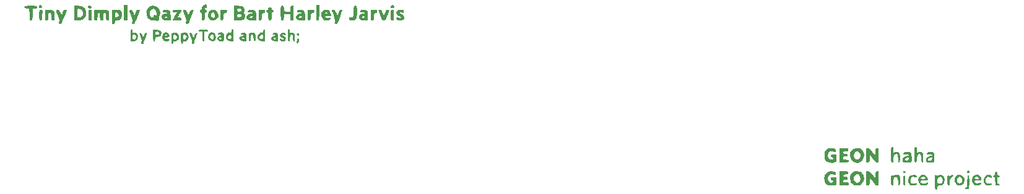
<source format=gbr>
%TF.GenerationSoftware,KiCad,Pcbnew,(6.0.4)*%
%TF.CreationDate,2022-12-31T18:56:14+01:00*%
%TF.ProjectId,PeppyQAZ,50657070-7951-4415-9a2e-6b696361645f,rev?*%
%TF.SameCoordinates,Original*%
%TF.FileFunction,Legend,Top*%
%TF.FilePolarity,Positive*%
%FSLAX46Y46*%
G04 Gerber Fmt 4.6, Leading zero omitted, Abs format (unit mm)*
G04 Created by KiCad (PCBNEW (6.0.4)) date 2022-12-31 18:56:14*
%MOMM*%
%LPD*%
G01*
G04 APERTURE LIST*
G04 APERTURE END LIST*
%TO.C,G\u002A\u002A\u002A*%
G36*
X123083967Y-107356873D02*
G01*
X123353697Y-107250004D01*
X123492523Y-107239220D01*
X123652938Y-107210373D01*
X123664611Y-107141802D01*
X123540543Y-107085827D01*
X123349632Y-107095339D01*
X123169043Y-107113046D01*
X123102551Y-107040070D01*
X123094860Y-106927251D01*
X123110327Y-106795231D01*
X123187435Y-106730635D01*
X123372242Y-106709714D01*
X123519669Y-106708209D01*
X123793114Y-106729147D01*
X123998294Y-106782165D01*
X124050679Y-106814412D01*
X124108530Y-106961613D01*
X124145848Y-107242661D01*
X124156881Y-107557523D01*
X124156881Y-108194433D01*
X123680702Y-108200121D01*
X123346893Y-108182584D01*
X123138829Y-108112500D01*
X123061190Y-108047427D01*
X122918608Y-107791382D01*
X122922379Y-107725979D01*
X123360366Y-107725979D01*
X123421456Y-107835522D01*
X123559494Y-107842762D01*
X123715132Y-107787204D01*
X123758623Y-107725979D01*
X123683351Y-107646117D01*
X123559494Y-107609197D01*
X123397215Y-107630653D01*
X123360366Y-107725979D01*
X122922379Y-107725979D01*
X122932569Y-107549264D01*
X123083967Y-107356873D01*
G37*
G36*
X119761809Y-107305596D02*
G01*
X119624534Y-107670765D01*
X119492375Y-108030200D01*
X119403449Y-108279115D01*
X119298723Y-108522623D01*
X119184095Y-108633589D01*
X119059712Y-108655248D01*
X118897446Y-108621833D01*
X118846777Y-108560928D01*
X118885324Y-108407409D01*
X118925887Y-108317548D01*
X118942338Y-108150730D01*
X118870735Y-107862840D01*
X118753514Y-107548976D01*
X118604934Y-107171125D01*
X118526596Y-106926551D01*
X118516757Y-106786828D01*
X118573677Y-106723529D01*
X118695614Y-106708225D01*
X118702000Y-106708209D01*
X118845083Y-106742914D01*
X118958371Y-106873147D01*
X119072784Y-107128593D01*
X119234337Y-107548976D01*
X119365851Y-107128593D01*
X119457809Y-106874334D01*
X119551200Y-106749324D01*
X119685245Y-106709888D01*
X119743366Y-106708209D01*
X119989367Y-106708209D01*
X119761809Y-107305596D01*
G37*
G36*
X106525777Y-106714192D02*
G01*
X106590911Y-106755837D01*
X106620959Y-106868689D01*
X106625615Y-107088294D01*
X106614990Y-107438349D01*
X106598838Y-107798093D01*
X106574237Y-108017647D01*
X106530280Y-108133805D01*
X106456058Y-108183364D01*
X106390156Y-108196769D01*
X106294039Y-108201829D01*
X106235204Y-108161214D01*
X106204515Y-108041429D01*
X106192836Y-107808975D01*
X106191028Y-107466630D01*
X106192935Y-107100567D01*
X106205557Y-106876600D01*
X106239242Y-106759823D01*
X106304337Y-106715328D01*
X106411191Y-106708210D01*
X106415861Y-106708209D01*
X106525777Y-106714192D01*
G37*
G36*
X118227265Y-108212739D02*
G01*
X117784756Y-108212739D01*
X117784756Y-106088697D01*
X118227265Y-106088697D01*
X118227265Y-108212739D01*
G37*
G36*
X129321654Y-107055752D02*
G01*
X129496607Y-106824309D01*
X129792436Y-106717968D01*
X129953745Y-106708209D01*
X130302728Y-106765790D01*
X130533121Y-106949058D01*
X130664010Y-107273807D01*
X130669608Y-107300591D01*
X130667288Y-107651659D01*
X130533048Y-107932234D01*
X130303410Y-108120557D01*
X130014894Y-108194869D01*
X129704023Y-108133409D01*
X129495315Y-108000239D01*
X129326035Y-107813284D01*
X129261607Y-107595552D01*
X129260120Y-107526955D01*
X129702915Y-107526955D01*
X129782417Y-107720310D01*
X129850762Y-107784168D01*
X130017695Y-107807434D01*
X130168636Y-107693722D01*
X130220784Y-107588394D01*
X130223443Y-107381638D01*
X130137238Y-107184427D01*
X129999173Y-107069668D01*
X129953745Y-107062216D01*
X129797572Y-107134868D01*
X129710964Y-107310794D01*
X129702915Y-107526955D01*
X129260120Y-107526955D01*
X129257852Y-107422278D01*
X129321654Y-107055752D01*
G37*
G36*
X129069480Y-106045383D02*
G01*
X129112900Y-106209648D01*
X129112979Y-106221450D01*
X129066818Y-106399400D01*
X128980226Y-106442704D01*
X128862893Y-106513547D01*
X128847474Y-106575457D01*
X128918316Y-106692790D01*
X128980226Y-106708209D01*
X129088339Y-106781993D01*
X129112979Y-106885213D01*
X129059481Y-107028701D01*
X128984449Y-107062216D01*
X128906878Y-107112549D01*
X128858129Y-107282238D01*
X128830352Y-107599317D01*
X128829571Y-107615352D01*
X128808539Y-107920897D01*
X128771345Y-108091845D01*
X128701545Y-108170604D01*
X128604094Y-108196769D01*
X128497505Y-108200414D01*
X128437828Y-108148064D01*
X128411528Y-108002121D01*
X128405068Y-107724984D01*
X128404965Y-107643633D01*
X128396264Y-107319000D01*
X128365142Y-107137779D01*
X128304075Y-107067008D01*
X128272212Y-107062216D01*
X128164099Y-106988433D01*
X128139460Y-106885213D01*
X128194797Y-106741062D01*
X128272212Y-106708209D01*
X128379439Y-106632057D01*
X128404965Y-106500672D01*
X128483634Y-106254132D01*
X128680386Y-106068362D01*
X128920819Y-106000196D01*
X129069480Y-106045383D01*
G37*
G36*
X136898145Y-106715242D02*
G01*
X137029103Y-106751714D01*
X137073829Y-106840688D01*
X137078136Y-106933343D01*
X137041165Y-107099611D01*
X136967508Y-107144112D01*
X136791140Y-107141246D01*
X136689697Y-107214161D01*
X136638893Y-107398670D01*
X136617918Y-107659603D01*
X136594902Y-107950661D01*
X136552306Y-108108895D01*
X136471570Y-108178484D01*
X136392247Y-108196769D01*
X136296130Y-108201829D01*
X136237295Y-108161214D01*
X136206605Y-108041429D01*
X136194926Y-107808975D01*
X136193118Y-107466630D01*
X136193118Y-106708209D01*
X136635627Y-106708209D01*
X136898145Y-106715242D01*
G37*
G36*
X124574396Y-109864040D02*
G01*
X124932017Y-109863110D01*
X125172451Y-109993709D01*
X125292960Y-110253741D01*
X125307404Y-110425283D01*
X125278427Y-110689856D01*
X125169597Y-110857226D01*
X125085993Y-110920283D01*
X124867591Y-111011577D01*
X124687735Y-111019111D01*
X124553470Y-111019537D01*
X124511652Y-111146982D01*
X124510888Y-111185833D01*
X124463219Y-111357562D01*
X124378136Y-111398802D01*
X124311324Y-111366379D01*
X124270634Y-111248450D01*
X124250510Y-111014022D01*
X124245383Y-110658117D01*
X124245383Y-110407491D01*
X124510484Y-110407491D01*
X124558733Y-110598203D01*
X124617090Y-110673087D01*
X124737017Y-110765765D01*
X124776393Y-110779290D01*
X124877231Y-110724791D01*
X124935697Y-110673087D01*
X125035250Y-110474113D01*
X124992248Y-110272595D01*
X124878453Y-110167033D01*
X124696944Y-110140404D01*
X124565421Y-110237724D01*
X124510484Y-110407491D01*
X124245383Y-110407491D01*
X124245383Y-109917432D01*
X124574396Y-109864040D01*
G37*
G36*
X141700712Y-110675873D02*
G01*
X141700714Y-110675875D01*
X141737860Y-110819652D01*
X141690757Y-111022624D01*
X141589586Y-111210249D01*
X141464529Y-111307984D01*
X141443837Y-111310300D01*
X141363383Y-111268971D01*
X141398751Y-111164977D01*
X141448977Y-110959664D01*
X141439689Y-110865209D01*
X141456737Y-110703834D01*
X141564545Y-110625634D01*
X141700712Y-110675873D01*
G37*
G36*
X109761113Y-107305596D02*
G01*
X109623837Y-107670765D01*
X109491678Y-108030200D01*
X109402752Y-108279115D01*
X109298026Y-108522623D01*
X109183398Y-108633589D01*
X109059015Y-108655248D01*
X108897415Y-108616170D01*
X108847435Y-108544621D01*
X108893341Y-108374200D01*
X108927074Y-108310358D01*
X108940713Y-108144164D01*
X108866212Y-107840437D01*
X108782039Y-107602344D01*
X108633178Y-107209262D01*
X108544566Y-106952499D01*
X108513278Y-106803026D01*
X108536389Y-106731816D01*
X108610976Y-106709841D01*
X108691955Y-106708209D01*
X108841086Y-106740139D01*
X108957791Y-106862542D01*
X109079552Y-107115343D01*
X109083716Y-107125459D01*
X109254950Y-107542708D01*
X109371773Y-107125459D01*
X109454361Y-106872611D01*
X109542139Y-106748978D01*
X109674238Y-106710055D01*
X109738633Y-106708209D01*
X109988670Y-106708209D01*
X109761113Y-107305596D01*
G37*
G36*
X123278495Y-109888570D02*
G01*
X123518558Y-109805950D01*
X123531047Y-109805770D01*
X123763901Y-109884552D01*
X123929748Y-110083445D01*
X123979878Y-110298852D01*
X123960288Y-110435974D01*
X123868886Y-110497959D01*
X123656725Y-110513642D01*
X123615034Y-110513784D01*
X123391917Y-110521865D01*
X123314673Y-110557275D01*
X123352489Y-110636769D01*
X123363631Y-110650472D01*
X123543038Y-110746020D01*
X123728475Y-110731941D01*
X123915441Y-110715332D01*
X123978833Y-110787029D01*
X123979878Y-110807040D01*
X123908074Y-110957506D01*
X123729428Y-111032425D01*
X123499087Y-111027591D01*
X123272198Y-110938798D01*
X123183362Y-110867791D01*
X123044036Y-110627521D01*
X123024563Y-110350279D01*
X123065559Y-110221336D01*
X123387603Y-110221336D01*
X123494773Y-110247633D01*
X123537369Y-110248279D01*
X123678039Y-110230432D01*
X123663900Y-110163698D01*
X123643571Y-110142077D01*
X123523139Y-110081444D01*
X123431167Y-110142077D01*
X123387603Y-110221336D01*
X123065559Y-110221336D01*
X123108273Y-110086987D01*
X123278495Y-109888570D01*
G37*
G36*
X111499736Y-106177199D02*
G01*
X111823984Y-106189870D01*
X112042475Y-106242217D01*
X112225519Y-106355743D01*
X112304953Y-106423450D01*
X112510087Y-106663724D01*
X112606564Y-106955036D01*
X112620955Y-107065087D01*
X112595097Y-107495461D01*
X112423299Y-107829023D01*
X112110547Y-108061436D01*
X111661828Y-108188365D01*
X111302003Y-108212245D01*
X110970122Y-108212739D01*
X110970122Y-107150718D01*
X111412630Y-107150718D01*
X111416064Y-107474484D01*
X111435278Y-107659795D01*
X111483641Y-107745185D01*
X111574521Y-107769187D01*
X111627563Y-107770230D01*
X111852333Y-107717010D01*
X111975772Y-107636954D01*
X112138249Y-107372287D01*
X112164031Y-107081221D01*
X112061931Y-106816870D01*
X111840763Y-106632348D01*
X111806714Y-106618121D01*
X111609141Y-106554109D01*
X111491699Y-106566703D01*
X111433663Y-106683914D01*
X111414304Y-106933754D01*
X111412630Y-107150718D01*
X110970122Y-107150718D01*
X110970122Y-106177199D01*
X111499736Y-106177199D01*
G37*
G36*
X154644279Y-106143711D02*
G01*
X154732483Y-106284533D01*
X154734233Y-106311164D01*
X154665896Y-106457195D01*
X154513026Y-106521600D01*
X154353835Y-106489318D01*
X154279577Y-106398712D01*
X154276957Y-106227739D01*
X154314823Y-106162950D01*
X154478994Y-106093973D01*
X154644279Y-106143711D01*
G37*
G36*
X105443310Y-106179628D02*
G01*
X105701169Y-106191188D01*
X105846121Y-106218285D01*
X105910202Y-106267328D01*
X105925450Y-106344723D01*
X105925522Y-106354202D01*
X105890427Y-106476712D01*
X105753835Y-106525737D01*
X105619087Y-106531206D01*
X105312652Y-106531206D01*
X105287206Y-107349847D01*
X105272428Y-107734876D01*
X105251142Y-107977536D01*
X105214304Y-108112443D01*
X105152869Y-108174214D01*
X105066027Y-108196324D01*
X104974330Y-108200219D01*
X104915429Y-108158843D01*
X104880380Y-108039996D01*
X104860238Y-107811478D01*
X104846058Y-107441087D01*
X104844773Y-107399808D01*
X104819251Y-106575457D01*
X104487369Y-106547989D01*
X104260271Y-106508118D01*
X104166135Y-106422312D01*
X104155488Y-106348860D01*
X104168868Y-106270647D01*
X104230295Y-106220567D01*
X104371698Y-106192429D01*
X104625005Y-106180038D01*
X105022145Y-106177201D01*
X105040505Y-106177199D01*
X105443310Y-106179628D01*
G37*
G36*
X130707371Y-110364112D02*
G01*
X130883014Y-110275400D01*
X131051263Y-110200602D01*
X131050683Y-110155031D01*
X130888101Y-110146107D01*
X130772386Y-110155149D01*
X130646964Y-110112427D01*
X130625799Y-109997049D01*
X130712568Y-109882007D01*
X130757499Y-109859490D01*
X131069367Y-109806534D01*
X131303167Y-109906028D01*
X131446832Y-110146185D01*
X131488297Y-110515220D01*
X131485632Y-110570785D01*
X131462369Y-110828457D01*
X131411358Y-110958498D01*
X131296239Y-111010068D01*
X131148519Y-111026608D01*
X130889438Y-111011385D01*
X130683784Y-110938929D01*
X130675480Y-110933148D01*
X130539060Y-110749819D01*
X130545118Y-110668266D01*
X130812318Y-110668266D01*
X130853513Y-110720288D01*
X130995258Y-110779854D01*
X131118799Y-110728670D01*
X131148519Y-110646537D01*
X131074735Y-110538424D01*
X130971515Y-110513784D01*
X130817334Y-110558075D01*
X130812318Y-110668266D01*
X130545118Y-110668266D01*
X130554214Y-110545803D01*
X130707371Y-110364112D01*
G37*
G36*
X122203521Y-109451763D02*
G01*
X122584681Y-109497536D01*
X122819762Y-109637700D01*
X122915028Y-109876522D01*
X122917857Y-109938523D01*
X122841572Y-110202243D01*
X122629320Y-110371291D01*
X122336274Y-110425283D01*
X122132858Y-110439404D01*
X122049432Y-110517926D01*
X122032868Y-110715080D01*
X122032839Y-110735039D01*
X122004052Y-110964140D01*
X121912177Y-111044235D01*
X121900087Y-111044795D01*
X121835322Y-111013755D01*
X121794981Y-110900468D01*
X121774022Y-110674687D01*
X121767404Y-110306162D01*
X121767334Y-110248279D01*
X121767334Y-109938523D01*
X122032839Y-109938523D01*
X122061415Y-110096647D01*
X122182887Y-110154494D01*
X122298345Y-110159777D01*
X122488094Y-110135964D01*
X122557509Y-110034738D01*
X122563850Y-109938523D01*
X122535274Y-109780399D01*
X122413802Y-109722553D01*
X122298345Y-109717269D01*
X122108595Y-109741082D01*
X122039180Y-109842308D01*
X122032839Y-109938523D01*
X121767334Y-109938523D01*
X121767334Y-109451763D01*
X122203521Y-109451763D01*
G37*
G36*
X134783954Y-107351169D02*
G01*
X135035182Y-107249298D01*
X135136320Y-107239220D01*
X135322612Y-107213770D01*
X135346323Y-107140964D01*
X135219135Y-107083983D01*
X134985165Y-107091468D01*
X134981549Y-107092049D01*
X134779563Y-107113092D01*
X134703451Y-107068993D01*
X134705170Y-106946925D01*
X134750878Y-106823550D01*
X134874404Y-106758406D01*
X135123903Y-106727159D01*
X135142490Y-106725924D01*
X135458236Y-106731323D01*
X135664136Y-106814245D01*
X135781610Y-107001359D01*
X135832078Y-107319331D01*
X135839111Y-107593227D01*
X135839111Y-108200096D01*
X135346030Y-108200096D01*
X135005375Y-108179425D01*
X134785148Y-108108377D01*
X134682267Y-108029414D01*
X134553829Y-107855417D01*
X134511585Y-107725979D01*
X134511764Y-107725518D01*
X134961002Y-107725518D01*
X135016154Y-107802790D01*
X135160966Y-107845014D01*
X135317409Y-107782834D01*
X135374518Y-107703854D01*
X135331327Y-107617389D01*
X135182723Y-107593227D01*
X134995213Y-107628971D01*
X134961002Y-107725518D01*
X134511764Y-107725518D01*
X134589592Y-107525513D01*
X134783954Y-107351169D01*
G37*
G36*
X133613267Y-110477998D02*
G01*
X133793683Y-110335799D01*
X134011530Y-110252974D01*
X134076045Y-110246924D01*
X134211114Y-110230039D01*
X134181304Y-110176743D01*
X134169907Y-110169270D01*
X133986833Y-110125160D01*
X133882276Y-110136696D01*
X133742637Y-110124018D01*
X133715069Y-110039033D01*
X133790137Y-109910099D01*
X133972006Y-109839622D01*
X134195677Y-109843465D01*
X134326338Y-109889861D01*
X134433843Y-109976120D01*
X134490189Y-110120280D01*
X134510321Y-110372090D01*
X134511585Y-110506465D01*
X134511585Y-111023929D01*
X134166167Y-111028696D01*
X133845239Y-110982324D01*
X133679408Y-110877282D01*
X133568339Y-110720075D01*
X133545511Y-110653026D01*
X133892073Y-110653026D01*
X133952340Y-110749821D01*
X134080820Y-110754334D01*
X134199027Y-110673332D01*
X134223996Y-110624412D01*
X134183287Y-110535035D01*
X134076451Y-110513784D01*
X133924311Y-110570006D01*
X133892073Y-110653026D01*
X133545511Y-110653026D01*
X133538066Y-110631160D01*
X133613267Y-110477998D01*
G37*
G36*
X131676542Y-106715242D02*
G01*
X131807500Y-106751714D01*
X131852227Y-106840688D01*
X131856533Y-106933343D01*
X131819562Y-107099611D01*
X131745906Y-107144112D01*
X131569537Y-107141246D01*
X131468094Y-107214161D01*
X131417290Y-107398670D01*
X131396315Y-107659603D01*
X131373299Y-107950661D01*
X131330703Y-108108895D01*
X131249967Y-108178484D01*
X131170644Y-108196769D01*
X131074527Y-108201829D01*
X131015692Y-108161214D01*
X130985003Y-108041429D01*
X130973324Y-107808975D01*
X130971515Y-107466630D01*
X130971515Y-106708209D01*
X131414024Y-106708209D01*
X131676542Y-106715242D01*
G37*
G36*
X155875825Y-106718501D02*
G01*
X155986335Y-106767901D01*
X156016758Y-106884196D01*
X156017508Y-106927251D01*
X155997391Y-107076438D01*
X155901187Y-107115247D01*
X155752003Y-107093192D01*
X155549900Y-107077923D01*
X155499593Y-107130347D01*
X155599045Y-107230598D01*
X155776044Y-107327722D01*
X155994454Y-107498279D01*
X156100579Y-107723301D01*
X156081410Y-107949468D01*
X155963935Y-108097748D01*
X155748061Y-108179228D01*
X155458042Y-108204420D01*
X155189638Y-108166651D01*
X155154616Y-108154126D01*
X155068749Y-108040877D01*
X155043989Y-107897798D01*
X155062642Y-107752576D01*
X155153903Y-107733457D01*
X155271005Y-107772421D01*
X155539180Y-107843460D01*
X155667993Y-107820890D01*
X155646878Y-107732515D01*
X155465269Y-107606143D01*
X155353745Y-107554680D01*
X155140365Y-107437580D01*
X155054240Y-107292123D01*
X155043989Y-107172934D01*
X155089382Y-106915972D01*
X155242273Y-106768515D01*
X155527736Y-106710913D01*
X155636951Y-106708209D01*
X155875825Y-106718501D01*
G37*
G36*
X140972212Y-108212739D02*
G01*
X140750958Y-108212739D01*
X140619646Y-108198392D01*
X140554137Y-108125174D01*
X140531799Y-107947819D01*
X140529704Y-107770230D01*
X140529704Y-107327722D01*
X139644686Y-107327722D01*
X139644686Y-107770230D01*
X139634262Y-108037894D01*
X139592744Y-108171171D01*
X139504763Y-108211979D01*
X139482433Y-108212739D01*
X139314154Y-108183845D01*
X139261179Y-108153738D01*
X139237151Y-108046115D01*
X139217839Y-107800511D01*
X139205504Y-107455933D01*
X139202177Y-107135968D01*
X139203367Y-106714757D01*
X139211603Y-106439501D01*
X139233885Y-106279152D01*
X139277214Y-106202661D01*
X139348590Y-106178980D01*
X139418343Y-106177199D01*
X139556829Y-106198599D01*
X139626603Y-106294804D01*
X139658727Y-106513820D01*
X139661723Y-106553331D01*
X139688937Y-106929464D01*
X140109320Y-106956438D01*
X140529704Y-106983413D01*
X140529704Y-106580306D01*
X140538619Y-106332663D01*
X140582628Y-106214606D01*
X140687627Y-106178955D01*
X140750958Y-106177199D01*
X140972212Y-106177199D01*
X140972212Y-108212739D01*
G37*
G36*
X106499332Y-106143711D02*
G01*
X106587536Y-106284533D01*
X106589285Y-106311164D01*
X106520948Y-106457195D01*
X106368079Y-106521600D01*
X106208887Y-106489318D01*
X106134630Y-106398712D01*
X106132010Y-106227739D01*
X106169875Y-106162950D01*
X106334046Y-106093973D01*
X106499332Y-106143711D01*
G37*
G36*
X116673466Y-106708209D02*
G01*
X116997591Y-106716940D01*
X117195944Y-106752534D01*
X117319293Y-106829096D01*
X117381480Y-106904905D01*
X117514776Y-107211667D01*
X117526336Y-107533792D01*
X117433851Y-107830920D01*
X117255009Y-108062691D01*
X117007502Y-108188748D01*
X116816192Y-108194588D01*
X116627665Y-108183688D01*
X116555993Y-108257484D01*
X116545731Y-108405070D01*
X116518315Y-108587658D01*
X116404478Y-108651178D01*
X116324477Y-108655248D01*
X116103223Y-108655248D01*
X116103223Y-107410343D01*
X116546248Y-107410343D01*
X116558906Y-107614521D01*
X116608466Y-107714962D01*
X116768377Y-107773288D01*
X116938079Y-107706306D01*
X117048732Y-107547289D01*
X117059091Y-107497150D01*
X117024478Y-107272077D01*
X116894289Y-107117973D01*
X116714216Y-107083407D01*
X116679611Y-107093788D01*
X116589749Y-107208248D01*
X116546248Y-107410343D01*
X116103223Y-107410343D01*
X116103223Y-106708209D01*
X116673466Y-106708209D01*
G37*
G36*
X140412795Y-109440604D02*
G01*
X140441202Y-109634731D01*
X140458586Y-109819562D01*
X140532171Y-109869082D01*
X140614862Y-109851082D01*
X140831105Y-109846649D01*
X140968869Y-109892483D01*
X141072943Y-109977842D01*
X141127949Y-110123615D01*
X141147906Y-110378339D01*
X141149216Y-110516898D01*
X141138914Y-110824206D01*
X141102417Y-110988757D01*
X141031339Y-111043897D01*
X141016463Y-111044795D01*
X140932176Y-110996511D01*
X140891548Y-110829909D01*
X140883710Y-110611755D01*
X140860591Y-110305106D01*
X140787575Y-110149606D01*
X140752308Y-110128291D01*
X140610569Y-110152206D01*
X140503057Y-110320582D01*
X140446151Y-110601777D01*
X140441202Y-110729220D01*
X140413499Y-110960615D01*
X140324553Y-111043784D01*
X140308449Y-111044795D01*
X140245167Y-111014704D01*
X140205120Y-110904652D01*
X140183622Y-110684964D01*
X140175989Y-110325969D01*
X140175697Y-110204028D01*
X140180448Y-109803243D01*
X140197824Y-109549609D01*
X140232512Y-109413456D01*
X140289195Y-109365111D01*
X140308449Y-109363262D01*
X140412795Y-109440604D01*
G37*
G36*
X107886314Y-106737258D02*
G01*
X108126290Y-106841771D01*
X108258018Y-107047796D01*
X108303077Y-107381383D01*
X108297611Y-107651192D01*
X108274835Y-107945048D01*
X108233257Y-108105725D01*
X108154732Y-108177048D01*
X108071690Y-108196769D01*
X107957301Y-108198911D01*
X107897862Y-108136329D01*
X107875584Y-107968482D01*
X107872561Y-107742971D01*
X107844540Y-107377747D01*
X107758843Y-107169981D01*
X107736057Y-107147605D01*
X107596227Y-107083121D01*
X107498746Y-107166839D01*
X107437616Y-107408673D01*
X107412996Y-107681729D01*
X107388439Y-107965434D01*
X107342303Y-108117257D01*
X107254763Y-108182310D01*
X107186672Y-108196769D01*
X107090555Y-108201829D01*
X107031720Y-108161214D01*
X107001030Y-108041429D01*
X106989351Y-107808975D01*
X106987543Y-107466630D01*
X106987543Y-106708209D01*
X107516513Y-106708209D01*
X107886314Y-106737258D01*
G37*
G36*
X144492965Y-107128593D02*
G01*
X144480745Y-107571265D01*
X144465034Y-107867555D01*
X144439414Y-108048063D01*
X144397466Y-108143385D01*
X144332772Y-108184119D01*
X144268902Y-108196769D01*
X144185214Y-108202819D01*
X144129033Y-108173694D01*
X144094879Y-108080774D01*
X144077271Y-107895438D01*
X144070729Y-107589067D01*
X144069773Y-107156874D01*
X144069773Y-106088697D01*
X144517899Y-106088697D01*
X144492965Y-107128593D01*
G37*
G36*
X146612371Y-106764933D02*
G01*
X146728416Y-106951589D01*
X146843891Y-107263828D01*
X146920258Y-107420529D01*
X146978088Y-107432792D01*
X147037954Y-107311717D01*
X147093708Y-107148694D01*
X147195664Y-106896063D01*
X147309690Y-106770006D01*
X147473965Y-106723282D01*
X147644506Y-106719542D01*
X147680166Y-106784906D01*
X147657306Y-106856034D01*
X147598506Y-107005971D01*
X147494068Y-107276216D01*
X147361382Y-107621678D01*
X147279149Y-107836607D01*
X147129039Y-108216500D01*
X147016631Y-108458436D01*
X146922966Y-108592146D01*
X146829085Y-108647363D01*
X146757101Y-108655248D01*
X146599095Y-108631449D01*
X146554042Y-108588871D01*
X146588891Y-108459977D01*
X146630741Y-108345492D01*
X146638324Y-108140200D01*
X146554060Y-107789740D01*
X146447517Y-107476562D01*
X146331225Y-107155118D01*
X146242988Y-106903076D01*
X146197175Y-106761787D01*
X146193815Y-106746423D01*
X146269838Y-106717767D01*
X146417260Y-106708209D01*
X146612371Y-106764933D01*
G37*
G36*
X128976336Y-109458717D02*
G01*
X129181851Y-109483848D01*
X129274774Y-109533555D01*
X129289982Y-109584516D01*
X129210824Y-109689909D01*
X129024477Y-109717269D01*
X128758972Y-109717269D01*
X128758972Y-110381032D01*
X128752018Y-110731149D01*
X128726888Y-110936664D01*
X128677180Y-111029587D01*
X128626219Y-111044795D01*
X128556196Y-111010025D01*
X128515093Y-110884374D01*
X128496508Y-110635835D01*
X128493467Y-110381032D01*
X128493467Y-109717269D01*
X128227961Y-109717269D01*
X128017175Y-109677689D01*
X127962456Y-109584516D01*
X127997226Y-109514493D01*
X128122876Y-109473390D01*
X128371416Y-109454805D01*
X128626219Y-109451763D01*
X128976336Y-109458717D01*
G37*
G36*
X118674618Y-109795659D02*
G01*
X118692330Y-109544734D01*
X118727675Y-109411013D01*
X118785417Y-109364688D01*
X118802526Y-109363262D01*
X118908279Y-109441819D01*
X118935278Y-109616494D01*
X118955795Y-109793834D01*
X119047819Y-109841772D01*
X119147871Y-109829087D01*
X119388669Y-109863250D01*
X119592326Y-110029295D01*
X119714782Y-110282237D01*
X119731794Y-110425283D01*
X119657925Y-110733526D01*
X119447613Y-110938877D01*
X119117799Y-111026780D01*
X119029252Y-111028890D01*
X118669773Y-111023929D01*
X118669773Y-110438098D01*
X118938040Y-110438098D01*
X118967486Y-110626952D01*
X119045906Y-110720677D01*
X119220684Y-110764835D01*
X119327723Y-110687694D01*
X119374673Y-110608104D01*
X119453180Y-110437274D01*
X119433318Y-110327928D01*
X119330975Y-110214110D01*
X119167899Y-110125383D01*
X119065470Y-110128756D01*
X118971634Y-110243808D01*
X118938040Y-110438098D01*
X118669773Y-110438098D01*
X118669773Y-110193595D01*
X118674618Y-109795659D01*
G37*
G36*
X127068233Y-107432476D02*
G01*
X126932426Y-107797332D01*
X126810631Y-108126021D01*
X126723422Y-108362973D01*
X126705629Y-108411868D01*
X126580777Y-108604732D01*
X126405018Y-108655248D01*
X126243585Y-108616114D01*
X126193777Y-108544621D01*
X126239682Y-108374200D01*
X126273416Y-108310358D01*
X126287054Y-108144164D01*
X126212554Y-107840437D01*
X126128381Y-107602344D01*
X125977526Y-107204480D01*
X125887380Y-106944373D01*
X125855872Y-106794282D01*
X125880934Y-106726467D01*
X125960495Y-106713187D01*
X126062803Y-106723282D01*
X126230896Y-106772267D01*
X126344549Y-106902024D01*
X126441607Y-107144361D01*
X126571691Y-107536261D01*
X126715945Y-107144361D01*
X126829861Y-106890677D01*
X126954621Y-106765062D01*
X127101511Y-106724462D01*
X127342822Y-106696464D01*
X127068233Y-107432476D01*
G37*
G36*
X141418419Y-107369063D02*
G01*
X141677138Y-107255669D01*
X141847296Y-107239220D01*
X142043243Y-107214894D01*
X142074086Y-107143701D01*
X142072456Y-107140964D01*
X141945268Y-107083983D01*
X141711297Y-107091468D01*
X141707682Y-107092049D01*
X141505696Y-107113092D01*
X141429583Y-107068993D01*
X141431302Y-106946925D01*
X141480304Y-106819811D01*
X141612650Y-106753813D01*
X141844150Y-106724804D01*
X142170349Y-106732888D01*
X142385169Y-106829007D01*
X142508464Y-107037277D01*
X142560090Y-107381813D01*
X142565244Y-107600622D01*
X142565244Y-108200096D01*
X142072162Y-108200096D01*
X141731508Y-108179425D01*
X141511281Y-108108377D01*
X141408399Y-108029414D01*
X141264059Y-107791927D01*
X141266921Y-107725518D01*
X141687135Y-107725518D01*
X141742287Y-107802790D01*
X141887099Y-107845014D01*
X142043542Y-107782834D01*
X142100651Y-107703854D01*
X142057460Y-107617389D01*
X141908856Y-107593227D01*
X141721346Y-107628971D01*
X141687135Y-107725518D01*
X141266921Y-107725518D01*
X141274062Y-107559812D01*
X141418419Y-107369063D01*
G37*
G36*
X129521958Y-109903887D02*
G01*
X129753149Y-109813156D01*
X130008897Y-109861858D01*
X130175000Y-109982774D01*
X130312157Y-110220112D01*
X130332729Y-110496258D01*
X130252867Y-110759907D01*
X130088722Y-110959753D01*
X129856444Y-111044491D01*
X129840685Y-111044795D01*
X129650367Y-110995671D01*
X129486678Y-110907024D01*
X129341667Y-110741903D01*
X129291048Y-110485905D01*
X129289982Y-110425283D01*
X129555488Y-110425283D01*
X129612883Y-110601509D01*
X129741381Y-110743969D01*
X129835579Y-110779290D01*
X129925658Y-110710748D01*
X129997996Y-110602286D01*
X130033949Y-110416844D01*
X129991476Y-110220608D01*
X129893700Y-110089168D01*
X129835579Y-110071276D01*
X129696149Y-110143818D01*
X129583434Y-110306226D01*
X129555488Y-110425283D01*
X129289982Y-110425283D01*
X129354507Y-110114461D01*
X129521958Y-109903887D01*
G37*
G36*
X131772052Y-110103536D02*
G01*
X131932722Y-109909454D01*
X132155877Y-109822503D01*
X132263452Y-109829087D01*
X132415624Y-109833738D01*
X132470638Y-109734639D01*
X132476045Y-109616494D01*
X132517227Y-109414765D01*
X132608798Y-109363262D01*
X132672419Y-109393566D01*
X132712537Y-109504349D01*
X132733916Y-109725420D01*
X132741322Y-110086584D01*
X132741550Y-110193595D01*
X132741550Y-111023929D01*
X132382072Y-111028890D01*
X132032667Y-110977690D01*
X131851061Y-110862320D01*
X131712612Y-110626595D01*
X131697515Y-110425283D01*
X131945035Y-110425283D01*
X132014898Y-110571803D01*
X132170244Y-110692298D01*
X132329711Y-110726574D01*
X132345854Y-110721810D01*
X132441365Y-110605712D01*
X132476045Y-110425283D01*
X132434096Y-110228297D01*
X132345854Y-110128756D01*
X132191582Y-110148050D01*
X132031279Y-110261074D01*
X131946307Y-110407634D01*
X131945035Y-110425283D01*
X131697515Y-110425283D01*
X131692479Y-110358126D01*
X131772052Y-110103536D01*
G37*
G36*
X141711824Y-109993195D02*
G01*
X141755246Y-110120758D01*
X141692836Y-110225177D01*
X141598214Y-110248279D01*
X141446907Y-110189970D01*
X141414721Y-110064786D01*
X141462408Y-109923737D01*
X141568583Y-109910925D01*
X141711824Y-109993195D01*
G37*
G36*
X154019164Y-106731024D02*
G01*
X154042449Y-106819991D01*
X154027783Y-106863087D01*
X153966875Y-107020936D01*
X153865716Y-107287697D01*
X153745893Y-107606436D01*
X153742555Y-107615352D01*
X153614462Y-107933763D01*
X153511519Y-108116497D01*
X153409204Y-108197771D01*
X153314384Y-108212739D01*
X153203909Y-108189439D01*
X153107053Y-108098502D01*
X153002493Y-107908375D01*
X152868907Y-107587501D01*
X152837879Y-107507580D01*
X152714425Y-107181643D01*
X152620246Y-106921930D01*
X152570253Y-106770016D01*
X152565940Y-106749437D01*
X152641388Y-106719659D01*
X152802495Y-106724456D01*
X152964444Y-106775950D01*
X153077710Y-106914167D01*
X153170578Y-107148694D01*
X153244599Y-107358684D01*
X153301809Y-107443309D01*
X153362781Y-107391468D01*
X153448086Y-107192062D01*
X153535869Y-106951589D01*
X153653712Y-106763193D01*
X153850172Y-106708237D01*
X153856494Y-106708209D01*
X154019164Y-106731024D01*
G37*
G36*
X113245556Y-106715116D02*
G01*
X113310945Y-106759200D01*
X113344889Y-106875504D01*
X113357694Y-107099073D01*
X113359669Y-107460474D01*
X113357637Y-107824756D01*
X113344671Y-108047079D01*
X113310464Y-108162488D01*
X113244709Y-108206027D01*
X113138414Y-108212739D01*
X113031273Y-108205832D01*
X112965883Y-108161749D01*
X112931940Y-108045444D01*
X112919134Y-107821876D01*
X112917160Y-107460474D01*
X112919191Y-107096193D01*
X112932157Y-106873869D01*
X112966364Y-106758460D01*
X113032120Y-106714922D01*
X113138414Y-106708209D01*
X113245556Y-106715116D01*
G37*
G36*
X120961738Y-106666396D02*
G01*
X121165031Y-106380135D01*
X121400180Y-106239257D01*
X121725447Y-106174106D01*
X122067910Y-106191505D01*
X122311655Y-106272824D01*
X122523333Y-106476623D01*
X122664142Y-106788895D01*
X122721571Y-107151003D01*
X122683106Y-107504314D01*
X122612274Y-107681468D01*
X122540791Y-107906731D01*
X122576874Y-108007178D01*
X122594873Y-108120214D01*
X122486433Y-108206806D01*
X122324233Y-108252461D01*
X122259448Y-108221402D01*
X122147686Y-108179068D01*
X121933990Y-108175935D01*
X121877944Y-108181560D01*
X121497050Y-108154396D01*
X121190261Y-107993698D01*
X120970457Y-107732007D01*
X120850516Y-107401865D01*
X120844861Y-107114326D01*
X121324825Y-107114326D01*
X121350470Y-107379252D01*
X121412575Y-107591543D01*
X121416441Y-107599045D01*
X121528832Y-107714889D01*
X121671563Y-107768825D01*
X121784522Y-107753115D01*
X121807597Y-107660022D01*
X121803721Y-107648898D01*
X121832414Y-107530745D01*
X121959624Y-107450123D01*
X122107066Y-107452993D01*
X122122956Y-107461472D01*
X122207517Y-107446710D01*
X122252960Y-107314576D01*
X122251960Y-107121821D01*
X122197194Y-106925197D01*
X122193229Y-106916926D01*
X122015579Y-106652741D01*
X121818010Y-106559355D01*
X121585878Y-106630643D01*
X121555018Y-106649964D01*
X121383713Y-106816905D01*
X121326121Y-107054027D01*
X121324825Y-107114326D01*
X120844861Y-107114326D01*
X120843317Y-107035814D01*
X120961738Y-106666396D01*
G37*
G36*
X120877313Y-109907466D02*
G01*
X120903145Y-109968331D01*
X120876599Y-110108798D01*
X120793180Y-110360793D01*
X120703087Y-110608324D01*
X120584159Y-110935022D01*
X120493182Y-111192831D01*
X120444358Y-111341178D01*
X120439808Y-111360588D01*
X120365464Y-111391857D01*
X120265656Y-111398802D01*
X120144978Y-111369997D01*
X120147435Y-111251193D01*
X120165015Y-111200084D01*
X120181654Y-110988832D01*
X120106971Y-110667588D01*
X120030171Y-110447819D01*
X119922455Y-110153799D01*
X119876404Y-109988056D01*
X119889439Y-109913935D01*
X119958977Y-109894780D01*
X119991196Y-109894272D01*
X120141887Y-109968834D01*
X120264239Y-110203000D01*
X120272213Y-110226154D01*
X120383851Y-110558035D01*
X120512340Y-110226154D01*
X120651253Y-109977082D01*
X120803598Y-109894272D01*
X120877313Y-109907466D01*
G37*
G36*
X143624277Y-106715242D02*
G01*
X143755235Y-106751714D01*
X143799962Y-106840688D01*
X143804268Y-106933343D01*
X143767297Y-107099611D01*
X143693641Y-107144112D01*
X143517272Y-107141246D01*
X143415830Y-107214161D01*
X143365025Y-107398670D01*
X143344050Y-107659603D01*
X143321034Y-107950661D01*
X143278438Y-108108895D01*
X143197702Y-108178484D01*
X143118379Y-108196769D01*
X143022262Y-108201829D01*
X142963427Y-108161214D01*
X142932738Y-108041429D01*
X142921059Y-107808975D01*
X142919251Y-107466630D01*
X142919251Y-106708209D01*
X143361759Y-106708209D01*
X143624277Y-106715242D01*
G37*
G36*
X136108638Y-110103536D02*
G01*
X136269307Y-109909454D01*
X136492463Y-109822503D01*
X136600038Y-109829087D01*
X136752210Y-109833738D01*
X136807223Y-109734639D01*
X136812630Y-109616494D01*
X136853813Y-109414765D01*
X136945383Y-109363262D01*
X137009004Y-109393566D01*
X137049122Y-109504349D01*
X137070501Y-109725420D01*
X137077908Y-110086584D01*
X137078136Y-110193595D01*
X137078136Y-111023929D01*
X136718657Y-111028890D01*
X136369252Y-110977690D01*
X136187646Y-110862320D01*
X136049198Y-110626595D01*
X136031693Y-110393172D01*
X136281620Y-110393172D01*
X136319237Y-110502008D01*
X136400521Y-110654054D01*
X136478124Y-110765107D01*
X136498750Y-110779290D01*
X136599739Y-110751868D01*
X136672639Y-110725570D01*
X136776832Y-110606044D01*
X136810204Y-110409960D01*
X136771383Y-110220875D01*
X136682439Y-110128756D01*
X136536881Y-110147470D01*
X136374979Y-110248474D01*
X136283821Y-110374316D01*
X136281620Y-110393172D01*
X136031693Y-110393172D01*
X136029065Y-110358126D01*
X136108638Y-110103536D01*
G37*
G36*
X133353824Y-106177199D02*
G01*
X133663543Y-106186383D01*
X133915572Y-106210094D01*
X134024367Y-106233520D01*
X134194466Y-106383793D01*
X134277176Y-106631454D01*
X134252294Y-106910133D01*
X134240601Y-106943875D01*
X134197136Y-107173384D01*
X134242791Y-107271332D01*
X134315105Y-107439785D01*
X134328630Y-107679198D01*
X134280031Y-107892435D01*
X134265049Y-107919572D01*
X134086295Y-108059786D01*
X133777602Y-108161073D01*
X133384165Y-108210157D01*
X133266799Y-108212739D01*
X132830052Y-108212739D01*
X132830052Y-107548976D01*
X133272561Y-107548976D01*
X133292536Y-107706753D01*
X133388351Y-107760417D01*
X133560191Y-107753712D01*
X133768516Y-107705136D01*
X133844542Y-107595161D01*
X133847822Y-107548976D01*
X133801525Y-107416312D01*
X133634729Y-107353445D01*
X133560191Y-107344240D01*
X133362593Y-107341332D01*
X133284765Y-107411268D01*
X133272561Y-107548976D01*
X132830052Y-107548976D01*
X132830052Y-106752460D01*
X133272561Y-106752460D01*
X133302595Y-106912630D01*
X133428465Y-106969483D01*
X133528597Y-106973715D01*
X133728089Y-106935868D01*
X133831437Y-106851746D01*
X133817643Y-106686237D01*
X133669468Y-106567235D01*
X133476115Y-106531206D01*
X133319821Y-106572503D01*
X133272904Y-106727773D01*
X133272561Y-106752460D01*
X132830052Y-106752460D01*
X132830052Y-106177199D01*
X133353824Y-106177199D01*
G37*
G36*
X149526628Y-106183038D02*
G01*
X149591272Y-106222657D01*
X149626787Y-106329212D01*
X149641897Y-106535858D01*
X149645327Y-106875749D01*
X149645383Y-107017966D01*
X149640421Y-107425118D01*
X149620839Y-107695936D01*
X149579591Y-107870929D01*
X149509634Y-107990603D01*
X149468379Y-108035736D01*
X149278764Y-108146956D01*
X149025186Y-108209122D01*
X148784250Y-108211288D01*
X148642363Y-108153738D01*
X148595936Y-108027221D01*
X148583362Y-107886547D01*
X148607334Y-107741023D01*
X148714950Y-107715564D01*
X148814116Y-107736272D01*
X148984664Y-107753076D01*
X149097810Y-107685362D01*
X149164399Y-107508688D01*
X149195274Y-107198611D01*
X149201519Y-106863087D01*
X149204763Y-106518649D01*
X149220746Y-106314526D01*
X149261374Y-106214036D01*
X149338553Y-106180492D01*
X149424129Y-106177199D01*
X149526628Y-106183038D01*
G37*
G36*
X126893060Y-109894272D02*
G01*
X127034129Y-109959934D01*
X127153203Y-110172572D01*
X127184965Y-110261103D01*
X127307242Y-110627934D01*
X127417147Y-110261103D01*
X127521617Y-110006291D01*
X127646041Y-109900938D01*
X127696537Y-109894272D01*
X127779989Y-109904589D01*
X127809909Y-109958930D01*
X127782849Y-110092382D01*
X127695359Y-110340031D01*
X127637807Y-110491659D01*
X127518178Y-110810249D01*
X127421042Y-111078821D01*
X127366817Y-111240869D01*
X127365945Y-111243924D01*
X127252593Y-111374786D01*
X127158470Y-111398802D01*
X127045457Y-111367020D01*
X127053772Y-111240896D01*
X127066720Y-111203952D01*
X127080345Y-110986052D01*
X126995202Y-110653008D01*
X126931116Y-110479157D01*
X126811198Y-110173276D01*
X126750059Y-109997681D01*
X126745366Y-109916537D01*
X126794790Y-109894011D01*
X126893060Y-109894272D01*
G37*
G36*
X144954791Y-106885213D02*
G01*
X145173539Y-106761183D01*
X145459210Y-106708099D01*
X145723038Y-106737378D01*
X145804434Y-106775941D01*
X145955440Y-106951268D01*
X146070138Y-107207815D01*
X146105313Y-107410405D01*
X146084442Y-107517940D01*
X145993135Y-107573295D01*
X145788356Y-107593663D01*
X145640679Y-107596042D01*
X145378801Y-107602218D01*
X145267438Y-107624125D01*
X145280156Y-107673116D01*
X145341829Y-107724400D01*
X145582017Y-107808808D01*
X145762213Y-107799025D01*
X145944332Y-107782560D01*
X146010981Y-107852762D01*
X146016812Y-107926702D01*
X145943236Y-108097824D01*
X145754261Y-108195148D01*
X145497512Y-108213815D01*
X145220617Y-108148967D01*
X145010977Y-108029312D01*
X144836801Y-107790972D01*
X144766345Y-107475703D01*
X144802994Y-107152396D01*
X144803935Y-107150718D01*
X145264547Y-107150718D01*
X145296290Y-107215963D01*
X145441550Y-107239220D01*
X145595352Y-107211693D01*
X145618554Y-107150718D01*
X145490132Y-107068391D01*
X145441550Y-107062216D01*
X145293099Y-107118325D01*
X145264547Y-107150718D01*
X144803935Y-107150718D01*
X144950129Y-106889938D01*
X144954791Y-106885213D01*
G37*
G36*
X137915398Y-106395687D02*
G01*
X137963153Y-106531206D01*
X138018491Y-106675357D01*
X138095906Y-106708209D01*
X138204019Y-106781993D01*
X138228658Y-106885213D01*
X138173321Y-107029364D01*
X138095906Y-107062216D01*
X138021443Y-107100621D01*
X137980056Y-107237849D01*
X137964125Y-107506922D01*
X137963153Y-107637478D01*
X137959273Y-107946713D01*
X137937381Y-108118954D01*
X137882095Y-108194189D01*
X137778035Y-108212407D01*
X137741899Y-108212739D01*
X137622962Y-108202652D01*
X137556715Y-108145731D01*
X137527779Y-108001987D01*
X137520772Y-107731432D01*
X137520644Y-107637478D01*
X137511782Y-107314805D01*
X137480114Y-107135462D01*
X137418020Y-107066429D01*
X137387892Y-107062216D01*
X137279779Y-106988433D01*
X137255139Y-106885213D01*
X137310477Y-106741062D01*
X137387892Y-106708209D01*
X137496005Y-106634426D01*
X137520644Y-106531206D01*
X137572500Y-106392406D01*
X137741899Y-106354202D01*
X137915398Y-106395687D01*
G37*
G36*
X113160278Y-106114902D02*
G01*
X113298971Y-106218380D01*
X113343699Y-106332077D01*
X113331113Y-106481913D01*
X113202418Y-106529814D01*
X113149793Y-106531206D01*
X112962092Y-106502426D01*
X112877845Y-106450691D01*
X112862889Y-106306961D01*
X112883886Y-106224757D01*
X112998585Y-106111582D01*
X113160278Y-106114902D01*
G37*
G36*
X125849477Y-109861084D02*
G01*
X126102045Y-109817040D01*
X126252501Y-109825222D01*
X126371588Y-109899780D01*
X126457927Y-109982774D01*
X126598844Y-110220226D01*
X126621639Y-110489719D01*
X126544429Y-110745007D01*
X126385330Y-110939847D01*
X126162460Y-111027994D01*
X126051007Y-111021478D01*
X125891030Y-111020360D01*
X125840203Y-111133278D01*
X125838414Y-111189820D01*
X125789984Y-111358543D01*
X125705662Y-111398802D01*
X125638870Y-111366393D01*
X125598183Y-111248510D01*
X125578051Y-111014168D01*
X125572909Y-110657600D01*
X125572909Y-110438098D01*
X125841176Y-110438098D01*
X125870622Y-110626952D01*
X125949042Y-110720677D01*
X126060924Y-110766198D01*
X126075473Y-110772303D01*
X126141462Y-110724253D01*
X126230351Y-110640215D01*
X126341869Y-110498030D01*
X126369425Y-110425283D01*
X126299562Y-110278762D01*
X126144215Y-110158267D01*
X125984748Y-110123991D01*
X125968606Y-110128756D01*
X125874770Y-110243808D01*
X125841176Y-110438098D01*
X125572909Y-110438098D01*
X125572909Y-109916398D01*
X125849477Y-109861084D01*
G37*
G36*
X139697180Y-109844182D02*
G01*
X139874288Y-109954287D01*
X139910191Y-110076076D01*
X139888449Y-110197870D01*
X139790432Y-110188159D01*
X139723686Y-110154692D01*
X139527633Y-110104114D01*
X139451476Y-110140583D01*
X139456694Y-110227212D01*
X139629745Y-110318280D01*
X139637981Y-110321182D01*
X139843761Y-110435817D01*
X139909841Y-110606245D01*
X139910191Y-110624233D01*
X139840180Y-110875967D01*
X139652634Y-111017985D01*
X139381286Y-111032485D01*
X139224303Y-110986182D01*
X139132069Y-110871311D01*
X139113676Y-110768801D01*
X139139279Y-110650132D01*
X139247082Y-110668338D01*
X139284861Y-110687674D01*
X139501995Y-110770973D01*
X139627035Y-110750253D01*
X139644686Y-110699446D01*
X139570268Y-110618209D01*
X139390079Y-110530912D01*
X139379181Y-110527046D01*
X139175854Y-110394125D01*
X139107929Y-110216292D01*
X139156196Y-110034802D01*
X139301443Y-109890909D01*
X139524458Y-109825867D01*
X139697180Y-109844182D01*
G37*
G36*
X135587940Y-109888010D02*
G01*
X135685865Y-109990136D01*
X135779989Y-110185119D01*
X135825146Y-110439013D01*
X135822642Y-110696269D01*
X135773784Y-110901338D01*
X135679877Y-110998670D01*
X135662108Y-111000544D01*
X135565920Y-110932929D01*
X135503311Y-110717174D01*
X135485104Y-110577989D01*
X135446950Y-110332850D01*
X135399315Y-110181471D01*
X135374477Y-110157606D01*
X135228148Y-110159768D01*
X135219599Y-110159777D01*
X135169114Y-110239373D01*
X135137070Y-110442888D01*
X135131097Y-110602286D01*
X135116886Y-110880563D01*
X135067681Y-111016478D01*
X134998345Y-111044795D01*
X134923325Y-111005900D01*
X134881928Y-110867145D01*
X134866379Y-110595422D01*
X134865592Y-110479383D01*
X134865592Y-109913971D01*
X135194871Y-109852198D01*
X135434496Y-109828386D01*
X135587940Y-109888010D01*
G37*
G36*
X137949852Y-110477998D02*
G01*
X138130268Y-110335799D01*
X138348115Y-110252974D01*
X138412630Y-110246924D01*
X138547700Y-110230039D01*
X138517889Y-110176743D01*
X138506492Y-110169270D01*
X138323418Y-110125160D01*
X138218861Y-110136696D01*
X138079223Y-110124018D01*
X138051655Y-110039033D01*
X138126722Y-109910099D01*
X138308592Y-109839622D01*
X138532262Y-109843465D01*
X138662924Y-109889861D01*
X138770429Y-109976120D01*
X138826774Y-110120280D01*
X138846907Y-110372090D01*
X138848170Y-110506465D01*
X138848170Y-111023929D01*
X138502753Y-111028696D01*
X138181825Y-110982324D01*
X138015993Y-110877282D01*
X137904924Y-110720075D01*
X137879886Y-110646537D01*
X138228658Y-110646537D01*
X138290103Y-110745955D01*
X138414597Y-110755675D01*
X138512378Y-110675324D01*
X138520964Y-110647749D01*
X138463858Y-110560336D01*
X138383536Y-110530633D01*
X138251919Y-110565150D01*
X138228658Y-110646537D01*
X137879886Y-110646537D01*
X137874651Y-110631160D01*
X137949852Y-110477998D01*
G37*
G36*
X125347260Y-106715610D02*
G01*
X125568525Y-106735086D01*
X125660924Y-106762548D01*
X125661411Y-106764798D01*
X125618500Y-106865287D01*
X125507629Y-107066027D01*
X125395906Y-107252887D01*
X125251951Y-107493746D01*
X125155530Y-107668293D01*
X125130400Y-107727309D01*
X125207455Y-107757470D01*
X125393056Y-107770228D01*
X125395906Y-107770230D01*
X125585655Y-107794043D01*
X125655070Y-107895270D01*
X125661411Y-107991485D01*
X125652301Y-108107078D01*
X125599258Y-108173234D01*
X125463711Y-108203729D01*
X125207092Y-108212336D01*
X125041899Y-108212739D01*
X124736533Y-108206005D01*
X124515266Y-108188285D01*
X124422873Y-108163300D01*
X124422386Y-108161254D01*
X124463967Y-108064515D01*
X124573080Y-107859870D01*
X124726283Y-107591252D01*
X124729364Y-107585993D01*
X125036341Y-107062216D01*
X124729364Y-107062216D01*
X124517042Y-107042023D01*
X124431961Y-106963389D01*
X124422386Y-106885213D01*
X124439100Y-106792192D01*
X124514474Y-106738902D01*
X124686353Y-106714529D01*
X124992586Y-106708259D01*
X125041899Y-106708209D01*
X125347260Y-106715610D01*
G37*
G36*
X154575870Y-106715116D02*
G01*
X154641259Y-106759200D01*
X154675203Y-106875504D01*
X154688008Y-107099073D01*
X154689982Y-107460474D01*
X154686105Y-107827869D01*
X154669572Y-108052435D01*
X154633029Y-108168268D01*
X154569121Y-108209464D01*
X154527729Y-108212739D01*
X154359450Y-108183845D01*
X154306475Y-108153738D01*
X154278577Y-108042908D01*
X154257798Y-107802367D01*
X154247843Y-107479374D01*
X154247474Y-107401473D01*
X154249955Y-107054791D01*
X154265165Y-106848618D01*
X154304749Y-106746460D01*
X154380355Y-106711825D01*
X154468728Y-106708209D01*
X154575870Y-106715116D01*
G37*
G36*
X150090166Y-107354229D02*
G01*
X150347431Y-107247197D01*
X150453443Y-107239220D01*
X150635044Y-107213353D01*
X150657643Y-107141802D01*
X150533575Y-107085827D01*
X150342663Y-107095339D01*
X150162075Y-107113046D01*
X150095583Y-107040070D01*
X150087892Y-106927251D01*
X150103359Y-106795231D01*
X150180466Y-106730635D01*
X150365273Y-106709714D01*
X150512700Y-106708209D01*
X150786146Y-106729147D01*
X150991325Y-106782165D01*
X151043710Y-106814412D01*
X151101561Y-106961613D01*
X151138879Y-107242661D01*
X151149913Y-107557523D01*
X151149913Y-108194433D01*
X150673734Y-108200121D01*
X150339924Y-108182584D01*
X150131860Y-108112500D01*
X150054221Y-108047427D01*
X149922142Y-107797704D01*
X149927728Y-107725979D01*
X150353397Y-107725979D01*
X150414487Y-107835522D01*
X150552526Y-107842762D01*
X150708163Y-107787204D01*
X150751655Y-107725979D01*
X150676382Y-107646117D01*
X150552526Y-107609197D01*
X150390246Y-107630653D01*
X150353397Y-107725979D01*
X149927728Y-107725979D01*
X149941263Y-107552184D01*
X150090166Y-107354229D01*
G37*
G36*
X151946428Y-106721772D02*
G01*
X152209099Y-106731066D01*
X152340125Y-106769014D01*
X152384775Y-106858703D01*
X152388937Y-106947428D01*
X152355478Y-107109443D01*
X152266969Y-107122852D01*
X152101729Y-107131755D01*
X151994834Y-107304457D01*
X151948362Y-107636932D01*
X151946428Y-107743680D01*
X151940166Y-108016077D01*
X151907521Y-108155628D01*
X151827706Y-108206405D01*
X151725174Y-108212739D01*
X151617745Y-108205763D01*
X151552318Y-108161394D01*
X151518479Y-108044469D01*
X151505817Y-107819828D01*
X151503920Y-107465542D01*
X151503920Y-106718345D01*
X151946428Y-106721772D01*
G37*
G36*
X114620819Y-106718633D02*
G01*
X115012410Y-106730535D01*
X115342497Y-106755920D01*
X115567815Y-106790609D01*
X115638589Y-106816947D01*
X115703814Y-106964847D01*
X115741185Y-107268295D01*
X115749216Y-107565968D01*
X115746188Y-107901685D01*
X115729603Y-108096054D01*
X115688211Y-108184713D01*
X115610760Y-108203304D01*
X115550087Y-108196769D01*
X115436546Y-108160017D01*
X115368880Y-108061650D01*
X115328389Y-107858697D01*
X115306707Y-107637478D01*
X115267255Y-107320677D01*
X115209506Y-107152951D01*
X115129704Y-107106467D01*
X115050732Y-107151992D01*
X115001508Y-107308962D01*
X114973233Y-107607968D01*
X114970602Y-107659603D01*
X114951110Y-107961957D01*
X114917536Y-108127894D01*
X114852347Y-108197966D01*
X114738008Y-108212725D01*
X114731446Y-108212739D01*
X114614491Y-108199510D01*
X114547472Y-108132789D01*
X114512855Y-107972023D01*
X114493107Y-107676659D01*
X114492289Y-107659603D01*
X114466119Y-107339590D01*
X114420161Y-107165647D01*
X114345614Y-107107182D01*
X114333188Y-107106467D01*
X114249637Y-107158675D01*
X114193115Y-107333764D01*
X114156184Y-107637478D01*
X114123512Y-107936725D01*
X114076456Y-108101992D01*
X113996317Y-108176250D01*
X113912805Y-108196769D01*
X113816636Y-108201823D01*
X113757793Y-108161156D01*
X113727123Y-108041251D01*
X113715469Y-107808589D01*
X113713676Y-107467654D01*
X113713676Y-106710258D01*
X114620819Y-106718633D01*
G37*
%TO.C,Geon*%
G36*
X234032128Y-129421749D02*
G01*
X234299387Y-129302667D01*
X234394426Y-129295017D01*
X234631700Y-129364881D01*
X234859985Y-129537509D01*
X235019485Y-129757455D01*
X235058189Y-129910507D01*
X235038410Y-130014432D01*
X234951106Y-130068883D01*
X234754323Y-130089259D01*
X234564940Y-130091533D01*
X234280774Y-130099950D01*
X234136742Y-130132790D01*
X234096456Y-130201441D01*
X234100306Y-130236925D01*
X234215577Y-130438282D01*
X234435655Y-130519159D01*
X234701548Y-130473625D01*
X234922439Y-130418876D01*
X235027076Y-130466798D01*
X235019117Y-130588140D01*
X234877855Y-130699732D01*
X234646416Y-130777613D01*
X234428185Y-130799547D01*
X234149484Y-130758190D01*
X233949068Y-130608626D01*
X233914089Y-130566357D01*
X233767944Y-130267319D01*
X233749904Y-129947753D01*
X233809910Y-129757645D01*
X234121783Y-129757645D01*
X234132220Y-129860974D01*
X234307837Y-129911718D01*
X234387050Y-129914530D01*
X234594737Y-129895437D01*
X234700694Y-129848355D01*
X234704182Y-129836864D01*
X234630107Y-129687925D01*
X234464430Y-129597617D01*
X234291968Y-129610230D01*
X234281647Y-129616228D01*
X234121783Y-129757645D01*
X233809910Y-129757645D01*
X233843466Y-129651337D01*
X234032128Y-129421749D01*
G37*
G36*
X217108340Y-126351830D02*
G01*
X217171498Y-126147661D01*
X217310611Y-125966465D01*
X217351032Y-125925143D01*
X217572533Y-125747758D01*
X217815491Y-125675260D01*
X218002860Y-125666446D01*
X218417852Y-125741064D01*
X218734320Y-125948207D01*
X218934329Y-126262806D01*
X218999947Y-126659793D01*
X218951336Y-126992248D01*
X218779604Y-127327990D01*
X218497836Y-127567973D01*
X218151723Y-127691986D01*
X217786956Y-127679818D01*
X217579095Y-127599264D01*
X217298000Y-127376471D01*
X217142301Y-127069713D01*
X217104438Y-126742791D01*
X217602631Y-126742791D01*
X217650884Y-127010342D01*
X217713997Y-127129316D01*
X217898298Y-127238108D01*
X218127692Y-127246758D01*
X218310019Y-127152338D01*
X218313408Y-127148355D01*
X218403567Y-126981675D01*
X218466753Y-126793703D01*
X218469095Y-126524821D01*
X218360408Y-126302259D01*
X218179972Y-126154091D01*
X217967068Y-126108391D01*
X217760974Y-126193234D01*
X217705365Y-126249518D01*
X217620498Y-126459277D01*
X217602631Y-126742791D01*
X217104438Y-126742791D01*
X217094303Y-126655283D01*
X217108340Y-126351830D01*
G37*
G36*
X227643734Y-126866238D02*
G01*
X227884775Y-126760847D01*
X228093618Y-126728467D01*
X228277780Y-126696778D01*
X228308339Y-126617840D01*
X228197095Y-126544662D01*
X227956644Y-126514918D01*
X227898954Y-126515128D01*
X227660954Y-126506203D01*
X227561022Y-126456309D01*
X227554677Y-126382376D01*
X227652141Y-126287209D01*
X227859588Y-126226390D01*
X228112215Y-126206352D01*
X228345217Y-126233525D01*
X228471350Y-126291386D01*
X228550872Y-126443471D01*
X228591116Y-126744022D01*
X228597561Y-127003817D01*
X228593540Y-127324059D01*
X228573017Y-127505808D01*
X228523305Y-127587534D01*
X228431716Y-127607705D01*
X228398432Y-127607593D01*
X228148553Y-127624691D01*
X227978049Y-127653492D01*
X227746811Y-127657094D01*
X227601917Y-127609743D01*
X227472626Y-127441541D01*
X227451922Y-127207506D01*
X227472721Y-127150713D01*
X227723972Y-127150713D01*
X227728674Y-127259325D01*
X227743084Y-127299911D01*
X227794656Y-127404767D01*
X227875244Y-127426197D01*
X228045626Y-127372639D01*
X228105040Y-127350170D01*
X228285896Y-127220170D01*
X228332056Y-127090842D01*
X228310324Y-126978295D01*
X228211735Y-126959443D01*
X228054531Y-126997419D01*
X227820628Y-127075030D01*
X227723972Y-127150713D01*
X227472721Y-127150713D01*
X227535826Y-126978404D01*
X227643734Y-126866238D01*
G37*
G36*
X233375572Y-128820213D02*
G01*
X233448261Y-128920708D01*
X233443058Y-128963182D01*
X233333480Y-129076904D01*
X233172102Y-129096769D01*
X233065162Y-129026701D01*
X233061242Y-128883378D01*
X233095212Y-128833046D01*
X233231816Y-128781238D01*
X233375572Y-128820213D01*
G37*
G36*
X223685715Y-129367416D02*
G01*
X223798853Y-129431601D01*
X223865026Y-129524711D01*
X223896724Y-129690021D01*
X223906439Y-129970804D01*
X223906969Y-130133887D01*
X223900048Y-130484575D01*
X223875032Y-130690634D01*
X223825542Y-130784047D01*
X223774216Y-130799547D01*
X223696441Y-130758108D01*
X223655078Y-130611542D01*
X223641610Y-130326474D01*
X223641464Y-130279373D01*
X223617486Y-129908224D01*
X223538872Y-129693516D01*
X223395606Y-129620403D01*
X223221081Y-129656365D01*
X223109122Y-129719250D01*
X223049010Y-129831104D01*
X223025251Y-130039337D01*
X223021952Y-130265685D01*
X223015561Y-130563231D01*
X222987463Y-130724357D01*
X222924267Y-130789451D01*
X222844948Y-130799547D01*
X222757269Y-130784957D01*
X222704477Y-130717611D01*
X222677859Y-130562143D01*
X222668700Y-130283187D01*
X222667945Y-130081211D01*
X222670599Y-129727726D01*
X222684697Y-129518073D01*
X222719444Y-129419098D01*
X222784043Y-129397644D01*
X222853856Y-129411492D01*
X223077747Y-129413186D01*
X223252114Y-129363357D01*
X223503243Y-129313336D01*
X223685715Y-129367416D01*
G37*
G36*
X219684704Y-125712180D02*
G01*
X219869478Y-125865416D01*
X220106155Y-126150204D01*
X220120653Y-126169374D01*
X220499652Y-126672303D01*
X220526194Y-126169374D01*
X220547415Y-125884344D01*
X220586094Y-125733842D01*
X220662774Y-125675419D01*
X220769574Y-125666446D01*
X220986412Y-125666446D01*
X220986412Y-127613484D01*
X220743032Y-127610827D01*
X220592634Y-127580963D01*
X220445236Y-127474981D01*
X220267136Y-127262959D01*
X220123520Y-127060774D01*
X219747387Y-126513378D01*
X219747387Y-127063431D01*
X219743075Y-127364221D01*
X219719179Y-127528901D01*
X219659263Y-127598335D01*
X219546888Y-127613390D01*
X219526133Y-127613484D01*
X219304878Y-127613484D01*
X219304878Y-125666446D01*
X219523266Y-125666446D01*
X219684704Y-125712180D01*
G37*
G36*
X236317305Y-129363766D02*
G01*
X236454789Y-129482575D01*
X236474216Y-129564533D01*
X236455343Y-129704237D01*
X236370530Y-129722838D01*
X236196958Y-129642734D01*
X235980376Y-129613764D01*
X235766841Y-129710750D01*
X235619545Y-129893175D01*
X235589199Y-130032407D01*
X235650649Y-130325175D01*
X235830656Y-130487233D01*
X236122708Y-130513122D01*
X236156782Y-130508181D01*
X236370902Y-130485264D01*
X236455481Y-130520524D01*
X236456920Y-130605075D01*
X236354779Y-130726877D01*
X236145625Y-130786872D01*
X235888708Y-130783965D01*
X235643280Y-130717062D01*
X235500890Y-130622736D01*
X235357461Y-130366582D01*
X235325201Y-130044892D01*
X235398247Y-129724922D01*
X235570733Y-129473928D01*
X235603371Y-129447459D01*
X235837422Y-129338925D01*
X236093459Y-129313455D01*
X236317305Y-129363766D01*
G37*
G36*
X226143606Y-125516833D02*
G01*
X226195532Y-125629421D01*
X226208014Y-125869929D01*
X226208014Y-126250416D01*
X226518989Y-126214111D01*
X226786097Y-126211053D01*
X226957825Y-126294060D01*
X227052924Y-126488960D01*
X227090146Y-126821582D01*
X227093032Y-127004809D01*
X227084987Y-127338029D01*
X227056102Y-127527456D01*
X226999250Y-127605767D01*
X226960279Y-127613484D01*
X226876184Y-127565420D01*
X226835520Y-127399438D01*
X226827527Y-127178214D01*
X226810588Y-126803098D01*
X226753747Y-126577154D01*
X226647969Y-126475261D01*
X226570253Y-126462962D01*
X226373300Y-126522155D01*
X226256029Y-126710818D01*
X226209601Y-127045581D01*
X226208014Y-127144425D01*
X226199736Y-127419446D01*
X226164194Y-127560377D01*
X226085330Y-127609777D01*
X226031011Y-127613484D01*
X225956293Y-127603065D01*
X225906185Y-127552251D01*
X225875799Y-127431710D01*
X225860245Y-127212112D01*
X225854636Y-126864123D01*
X225854007Y-126551463D01*
X225855744Y-126103155D01*
X225864213Y-125802508D01*
X225884303Y-125620190D01*
X225920903Y-125526871D01*
X225978901Y-125493216D01*
X226031011Y-125489443D01*
X226143606Y-125516833D01*
G37*
G36*
X228901894Y-129418501D02*
G01*
X229084858Y-129428482D01*
X229172622Y-129383844D01*
X229313913Y-129302780D01*
X229530468Y-129312687D01*
X229751736Y-129404197D01*
X229836586Y-129472021D01*
X229970472Y-129697010D01*
X230013553Y-130034524D01*
X230013589Y-130047282D01*
X229954715Y-130427449D01*
X229778468Y-130675466D01*
X229485414Y-130790694D01*
X229349826Y-130799547D01*
X229141713Y-130814348D01*
X229056354Y-130889421D01*
X229040070Y-131065052D01*
X229012254Y-131259394D01*
X228908758Y-131327818D01*
X228863067Y-131330557D01*
X228785916Y-131319447D01*
X228735149Y-131265811D01*
X228705282Y-131139199D01*
X228690832Y-130909155D01*
X228686316Y-130545228D01*
X228686063Y-130347444D01*
X228686063Y-130132932D01*
X229040070Y-130132932D01*
X229047570Y-130378934D01*
X229091351Y-130495871D01*
X229203337Y-130531629D01*
X229307473Y-130534042D01*
X229538535Y-130485133D01*
X229672712Y-130319314D01*
X229726494Y-130077214D01*
X229698582Y-129833059D01*
X229601766Y-129658925D01*
X229549719Y-129626165D01*
X229384317Y-129621453D01*
X229239199Y-129657802D01*
X229112525Y-129735287D01*
X229053905Y-129879494D01*
X229040070Y-130132932D01*
X228686063Y-130132932D01*
X228686063Y-129364331D01*
X228901894Y-129418501D01*
G37*
G36*
X231494149Y-129585839D02*
G01*
X231558347Y-129512249D01*
X231829352Y-129335250D01*
X232105872Y-129305555D01*
X232362006Y-129396277D01*
X232571853Y-129580525D01*
X232709513Y-129831412D01*
X232749085Y-130122048D01*
X232664669Y-130425544D01*
X232573716Y-130566357D01*
X232385711Y-130736372D01*
X232138803Y-130797066D01*
X232049129Y-130799547D01*
X231771216Y-130762451D01*
X231575336Y-130626317D01*
X231524542Y-130566357D01*
X231366406Y-130242027D01*
X231360746Y-130037865D01*
X231683947Y-130037865D01*
X231732527Y-130273419D01*
X231857924Y-130458535D01*
X232047873Y-130534039D01*
X232049129Y-130534042D01*
X232234959Y-130474997D01*
X232296934Y-130427840D01*
X232388331Y-130229644D01*
X232388031Y-129971567D01*
X232300051Y-129742619D01*
X232264062Y-129699597D01*
X232132026Y-129585006D01*
X232019103Y-129578926D01*
X231866308Y-129652138D01*
X231724451Y-129811046D01*
X231683947Y-130037865D01*
X231360746Y-130037865D01*
X231356849Y-129897279D01*
X231494149Y-129585839D01*
G37*
G36*
X214589839Y-128870148D02*
G01*
X214878361Y-128890995D01*
X215034754Y-128930024D01*
X215103839Y-129009679D01*
X215129050Y-129140139D01*
X215127065Y-129314828D01*
X215045268Y-129374736D01*
X214851502Y-129332897D01*
X214747006Y-129295005D01*
X214455313Y-129263426D01*
X214216415Y-129392679D01*
X214081230Y-129610155D01*
X214049430Y-129876869D01*
X214129907Y-130128694D01*
X214290505Y-130321618D01*
X214499067Y-130411631D01*
X214652126Y-130391503D01*
X214773997Y-130286013D01*
X214770614Y-130161888D01*
X214648722Y-130092665D01*
X214624603Y-130091533D01*
X214472273Y-130012986D01*
X214415622Y-129870279D01*
X214402265Y-129738077D01*
X214456106Y-129672866D01*
X214618477Y-129651074D01*
X214803562Y-129649024D01*
X215233798Y-129649024D01*
X215233798Y-130170566D01*
X215222497Y-130482807D01*
X215164692Y-130669958D01*
X215024529Y-130763848D01*
X214766156Y-130796309D01*
X214525336Y-130799547D01*
X214193740Y-130769464D01*
X213942565Y-130659763D01*
X213824561Y-130570425D01*
X213663759Y-130414494D01*
X213582457Y-130253056D01*
X213554461Y-130017348D01*
X213552265Y-129855604D01*
X213566291Y-129549403D01*
X213625806Y-129344714D01*
X213756970Y-129167101D01*
X213815449Y-129106720D01*
X213984283Y-128956263D01*
X214145531Y-128881784D01*
X214367530Y-128862409D01*
X214589839Y-128870148D01*
G37*
G36*
X224561383Y-128794351D02*
G01*
X224669694Y-128888741D01*
X224664000Y-129021801D01*
X224527673Y-129113039D01*
X224377117Y-129068919D01*
X224316188Y-128981911D01*
X224337344Y-128837802D01*
X224401170Y-128793156D01*
X224561383Y-128794351D01*
G37*
G36*
X222956169Y-125515902D02*
G01*
X223008364Y-125625432D01*
X223021922Y-125863263D01*
X223021952Y-125882136D01*
X223021952Y-126274830D01*
X223330959Y-126224685D01*
X223596471Y-126210364D01*
X223768498Y-126286825D01*
X223864920Y-126478285D01*
X223903620Y-126808963D01*
X223906969Y-127004809D01*
X223898925Y-127338029D01*
X223870040Y-127527456D01*
X223813187Y-127605767D01*
X223774216Y-127613484D01*
X223690121Y-127565420D01*
X223649457Y-127399438D01*
X223641464Y-127178214D01*
X223624525Y-126803098D01*
X223567684Y-126577154D01*
X223461906Y-126475261D01*
X223384190Y-126462962D01*
X223187237Y-126522155D01*
X223069966Y-126710818D01*
X223023539Y-127045581D01*
X223021952Y-127144425D01*
X223013673Y-127419446D01*
X222978132Y-127560377D01*
X222899267Y-127609777D01*
X222844948Y-127613484D01*
X222770230Y-127603065D01*
X222720122Y-127552251D01*
X222689736Y-127431710D01*
X222674183Y-127212112D01*
X222668574Y-126864123D01*
X222667945Y-126551463D01*
X222669681Y-126103155D01*
X222678150Y-125802508D01*
X222698240Y-125620190D01*
X222734840Y-125526871D01*
X222792838Y-125493216D01*
X222844948Y-125489443D01*
X222956169Y-125515902D01*
G37*
G36*
X217180993Y-129317518D02*
G01*
X217334952Y-129127422D01*
X217351032Y-129111206D01*
X217550431Y-128945601D01*
X217762655Y-128869736D01*
X218046978Y-128852509D01*
X218355519Y-128874687D01*
X218567507Y-128958570D01*
X218708212Y-129076494D01*
X218929565Y-129415235D01*
X219001535Y-129812367D01*
X218919105Y-130208057D01*
X218702372Y-130547177D01*
X218389584Y-130741426D01*
X217995103Y-130799547D01*
X217695931Y-130768310D01*
X217469700Y-130648624D01*
X217351032Y-130540850D01*
X217189529Y-130348717D01*
X217112907Y-130146406D01*
X217092411Y-129854457D01*
X217092335Y-129826028D01*
X217097643Y-129733715D01*
X217593343Y-129733715D01*
X217603032Y-129985008D01*
X217707748Y-130212799D01*
X217861819Y-130347204D01*
X218009546Y-130426433D01*
X218108290Y-130424698D01*
X218238496Y-130359373D01*
X218403091Y-130181920D01*
X218476027Y-129918214D01*
X218457860Y-129633085D01*
X218349143Y-129391365D01*
X218229334Y-129287780D01*
X217996677Y-129235953D01*
X217803942Y-129319475D01*
X217664905Y-129498633D01*
X217593343Y-129733715D01*
X217097643Y-129733715D01*
X217109707Y-129523900D01*
X217180993Y-129317518D01*
G37*
G36*
X231130787Y-129319233D02*
G01*
X231195849Y-129427072D01*
X231160944Y-129566887D01*
X230984063Y-129694850D01*
X230831803Y-129789204D01*
X230753530Y-129906385D01*
X230724986Y-130103714D01*
X230721603Y-130315060D01*
X230713848Y-130595557D01*
X230680346Y-130741381D01*
X230605744Y-130794558D01*
X230544600Y-130799547D01*
X230456409Y-130784766D01*
X230403554Y-130716685D01*
X230377134Y-130559700D01*
X230368248Y-130278206D01*
X230367596Y-130091533D01*
X230373849Y-129728257D01*
X230396536Y-129510242D01*
X230441549Y-129406058D01*
X230500349Y-129383519D01*
X230618083Y-129433961D01*
X230633101Y-129477039D01*
X230692736Y-129502914D01*
X230829797Y-129432788D01*
X231022620Y-129316774D01*
X231130787Y-129319233D01*
G37*
G36*
X225946504Y-129339552D02*
G01*
X226137433Y-129430972D01*
X226208014Y-129573518D01*
X226187775Y-129677366D01*
X226103027Y-129706396D01*
X225917725Y-129661625D01*
X225710541Y-129587539D01*
X225562617Y-129613681D01*
X225423767Y-129760532D01*
X225335364Y-129974771D01*
X225322997Y-130087018D01*
X225382923Y-130354759D01*
X225563024Y-130492785D01*
X225863788Y-130501436D01*
X225904822Y-130494399D01*
X226113045Y-130466532D01*
X226193565Y-130500419D01*
X226192627Y-130594994D01*
X226090551Y-130713179D01*
X225879480Y-130780048D01*
X225620809Y-130792224D01*
X225375933Y-130746330D01*
X225214599Y-130648805D01*
X225041012Y-130348844D01*
X224998141Y-130018143D01*
X225078178Y-129706466D01*
X225273315Y-129463576D01*
X225413246Y-129382796D01*
X225687599Y-129319292D01*
X225946504Y-129339552D01*
G37*
G36*
X224349763Y-126978404D02*
G01*
X224457672Y-126866238D01*
X224698712Y-126760847D01*
X224907556Y-126728467D01*
X225091717Y-126696778D01*
X225122277Y-126617840D01*
X225011032Y-126544662D01*
X224770581Y-126514918D01*
X224712891Y-126515128D01*
X224474909Y-126506209D01*
X224374996Y-126456334D01*
X224368679Y-126382376D01*
X224443045Y-126289304D01*
X224642434Y-126234873D01*
X224859618Y-126214942D01*
X225134636Y-126206815D01*
X225286987Y-126236483D01*
X225370093Y-126323765D01*
X225411925Y-126419832D01*
X225462736Y-126642445D01*
X225494558Y-126953039D01*
X225500000Y-127133892D01*
X225494988Y-127410535D01*
X225465260Y-127553319D01*
X225388777Y-127605369D01*
X225256621Y-127610153D01*
X224979586Y-127624461D01*
X224791986Y-127653654D01*
X224560715Y-127657124D01*
X224415854Y-127609743D01*
X224286563Y-127441541D01*
X224273523Y-127294136D01*
X224561697Y-127294136D01*
X224612770Y-127346611D01*
X224809850Y-127379420D01*
X225007630Y-127293908D01*
X225124132Y-127128263D01*
X225128532Y-127106347D01*
X225118721Y-126980318D01*
X225003110Y-126959476D01*
X224932106Y-126970903D01*
X224710921Y-127051745D01*
X224576783Y-127172041D01*
X224561697Y-127294136D01*
X224273523Y-127294136D01*
X224265860Y-127207506D01*
X224349763Y-126978404D01*
G37*
G36*
X219725648Y-128883277D02*
G01*
X219881168Y-128998063D01*
X220065261Y-129230586D01*
X220109668Y-129294846D01*
X220279347Y-129528971D01*
X220414936Y-129689386D01*
X220477527Y-129737355D01*
X220515396Y-129657831D01*
X220539429Y-129454319D01*
X220543903Y-129295017D01*
X220551076Y-129032393D01*
X220587685Y-128901376D01*
X220676363Y-128856701D01*
X220765157Y-128852509D01*
X220986412Y-128852509D01*
X220986412Y-130799547D01*
X220768207Y-130799547D01*
X220618517Y-130759839D01*
X220453584Y-130623243D01*
X220244341Y-130363552D01*
X220170820Y-130260902D01*
X219791638Y-129722256D01*
X219765290Y-130260902D01*
X219745491Y-130558213D01*
X219710784Y-130719678D01*
X219642587Y-130786416D01*
X219522323Y-130799547D01*
X219304878Y-130799547D01*
X219304878Y-128852509D01*
X219556533Y-128852509D01*
X219725648Y-128883277D01*
G37*
G36*
X226660605Y-129476009D02*
G01*
X226910507Y-129323502D01*
X227074929Y-129297832D01*
X227296874Y-129366774D01*
X227516726Y-129540029D01*
X227673314Y-129758819D01*
X227712544Y-129910507D01*
X227692493Y-130014969D01*
X227604221Y-130069389D01*
X227405544Y-130089454D01*
X227225784Y-130091533D01*
X226902662Y-130115346D01*
X226746679Y-130188926D01*
X226754204Y-130315481D01*
X226845227Y-130427840D01*
X227008366Y-130507188D01*
X227228813Y-130531243D01*
X227421774Y-130497682D01*
X227491290Y-130445540D01*
X227604454Y-130358730D01*
X227694385Y-130424041D01*
X227712544Y-130524573D01*
X227658458Y-130679435D01*
X227481255Y-130767587D01*
X227158515Y-130799086D01*
X227099510Y-130799547D01*
X226800550Y-130751689D01*
X226626884Y-130644669D01*
X226461437Y-130355868D01*
X226421573Y-130035771D01*
X226477538Y-129793898D01*
X226749238Y-129793898D01*
X226799336Y-129881303D01*
X227017470Y-129914250D01*
X227048781Y-129914530D01*
X227282800Y-129883166D01*
X227358537Y-129787741D01*
X227285428Y-129659490D01*
X227117411Y-129594737D01*
X226931451Y-129614675D01*
X226867530Y-129652549D01*
X226749238Y-129793898D01*
X226477538Y-129793898D01*
X226492795Y-129727958D01*
X226660605Y-129476009D01*
G37*
G36*
X233310911Y-129464151D02*
G01*
X233357819Y-129676899D01*
X233384795Y-129978037D01*
X233392005Y-130323842D01*
X233379617Y-130670590D01*
X233347798Y-130974556D01*
X233296716Y-131192016D01*
X233236665Y-131276838D01*
X233000953Y-131328453D01*
X232865752Y-131275649D01*
X232845645Y-131207274D01*
X232917033Y-131070648D01*
X232978398Y-131033048D01*
X233044545Y-130969165D01*
X233085482Y-130818522D01*
X233106051Y-130550109D01*
X233111150Y-130182812D01*
X233116295Y-129793449D01*
X233135075Y-129550668D01*
X233172508Y-129424256D01*
X233233612Y-129384000D01*
X233243903Y-129383519D01*
X233310911Y-129464151D01*
G37*
G36*
X224550345Y-129416867D02*
G01*
X224591223Y-129537863D01*
X224610757Y-129777936D01*
X224614983Y-130091533D01*
X224608730Y-130454809D01*
X224586044Y-130672824D01*
X224541030Y-130777008D01*
X224482230Y-130799547D01*
X224414116Y-130766199D01*
X224373238Y-130645203D01*
X224353704Y-130405131D01*
X224349478Y-130091533D01*
X224355730Y-129728257D01*
X224378417Y-129510242D01*
X224423431Y-129406058D01*
X224482230Y-129383519D01*
X224550345Y-129416867D01*
G37*
G36*
X237154871Y-128931667D02*
G01*
X237182230Y-129118014D01*
X237210046Y-129312356D01*
X237313542Y-129380780D01*
X237359234Y-129383519D01*
X237503385Y-129438857D01*
X237536237Y-129516272D01*
X237462454Y-129624385D01*
X237359234Y-129649024D01*
X237253066Y-129672322D01*
X237200117Y-129771210D01*
X237182988Y-129989181D01*
X237182230Y-130091533D01*
X237191549Y-130356952D01*
X237231105Y-130489326D01*
X237318293Y-130532148D01*
X237359234Y-130534042D01*
X237503385Y-130589379D01*
X237536237Y-130666794D01*
X237461962Y-130754046D01*
X237290715Y-130800538D01*
X237099870Y-130796088D01*
X236975726Y-130740546D01*
X236943868Y-130626404D01*
X236922445Y-130392106D01*
X236916725Y-130165285D01*
X236906006Y-129861829D01*
X236868126Y-129701015D01*
X236794501Y-129649459D01*
X236783973Y-129649024D01*
X236666531Y-129583044D01*
X236651220Y-129525740D01*
X236722608Y-129389115D01*
X236783973Y-129351515D01*
X236885002Y-129233643D01*
X236916725Y-129076541D01*
X236962402Y-128896512D01*
X237049478Y-128852509D01*
X237154871Y-128931667D01*
G37*
G36*
X216530979Y-125669700D02*
G01*
X216716217Y-125688644D01*
X216801601Y-125737053D01*
X216825702Y-125828703D01*
X216826830Y-125887700D01*
X216807507Y-126030251D01*
X216716368Y-126093609D01*
X216503652Y-126108876D01*
X216472823Y-126108955D01*
X216241219Y-126123798D01*
X216138858Y-126183792D01*
X216118816Y-126285958D01*
X216153466Y-126407953D01*
X216288735Y-126457176D01*
X216428572Y-126462962D01*
X216642062Y-126482762D01*
X216728203Y-126560058D01*
X216738328Y-126639965D01*
X216703678Y-126761960D01*
X216568409Y-126811183D01*
X216428572Y-126816969D01*
X216219097Y-126833499D01*
X216133341Y-126907888D01*
X216118816Y-127038223D01*
X216135323Y-127174754D01*
X216216461Y-127239442D01*
X216409655Y-127258632D01*
X216517074Y-127259477D01*
X216765953Y-127271059D01*
X216883641Y-127319148D01*
X216915179Y-127423765D01*
X216915331Y-127436481D01*
X216899654Y-127526980D01*
X216828169Y-127580080D01*
X216664194Y-127605562D01*
X216371050Y-127613207D01*
X216251568Y-127613484D01*
X215587805Y-127613484D01*
X215587805Y-125666446D01*
X216207318Y-125666446D01*
X216530979Y-125669700D01*
G37*
G36*
X216530979Y-128855762D02*
G01*
X216716217Y-128874706D01*
X216801601Y-128923116D01*
X216825702Y-129014765D01*
X216826830Y-129073763D01*
X216807507Y-129216313D01*
X216716368Y-129279672D01*
X216503652Y-129294938D01*
X216472823Y-129295017D01*
X216223260Y-129329222D01*
X216111804Y-129408963D01*
X216146528Y-129499933D01*
X216335506Y-129567824D01*
X216406446Y-129577041D01*
X216621423Y-129629946D01*
X216712853Y-129755790D01*
X216722358Y-129803902D01*
X216718653Y-129937098D01*
X216624960Y-129992794D01*
X216434727Y-130003031D01*
X216218662Y-130022000D01*
X216130195Y-130096456D01*
X216118816Y-130180035D01*
X216144874Y-130290648D01*
X216253076Y-130342954D01*
X216488463Y-130356971D01*
X216517074Y-130357038D01*
X216762830Y-130366209D01*
X216879267Y-130411285D01*
X216913810Y-130518616D01*
X216915331Y-130578293D01*
X216907059Y-130690832D01*
X216857387Y-130756800D01*
X216729030Y-130788624D01*
X216484704Y-130798734D01*
X216251568Y-130799547D01*
X215587805Y-130799547D01*
X215587805Y-128852509D01*
X216207318Y-128852509D01*
X216530979Y-128855762D01*
G37*
G36*
X214887789Y-125691547D02*
G01*
X215073472Y-125776896D01*
X215142889Y-125937556D01*
X215145297Y-125988719D01*
X215133471Y-126115834D01*
X215067542Y-126170352D01*
X214901834Y-126169344D01*
X214721074Y-126147278D01*
X214378994Y-126141063D01*
X214167387Y-126243834D01*
X214065350Y-126472841D01*
X214047875Y-126702856D01*
X214117432Y-127009692D01*
X214314542Y-127200956D01*
X214586951Y-127259477D01*
X214751579Y-127210619D01*
X214791290Y-127082474D01*
X214728709Y-126934560D01*
X214614286Y-126905470D01*
X214466373Y-126842890D01*
X214437283Y-126728467D01*
X214463341Y-126617854D01*
X214571542Y-126565548D01*
X214806930Y-126551531D01*
X214835541Y-126551463D01*
X215233798Y-126551463D01*
X215233798Y-127029565D01*
X215226917Y-127308412D01*
X215188998Y-127463814D01*
X215094128Y-127549255D01*
X214955087Y-127604827D01*
X214576823Y-127690869D01*
X214231547Y-127649907D01*
X214023868Y-127572972D01*
X213801412Y-127437373D01*
X213650776Y-127277994D01*
X213647735Y-127272498D01*
X213580901Y-127037440D01*
X213555509Y-126714014D01*
X213571867Y-126384614D01*
X213630280Y-126131636D01*
X213643391Y-126104052D01*
X213839374Y-125896921D01*
X214145494Y-125741203D01*
X214496016Y-125668337D01*
X214558402Y-125666446D01*
X214887789Y-125691547D01*
G37*
%TD*%
M02*

</source>
